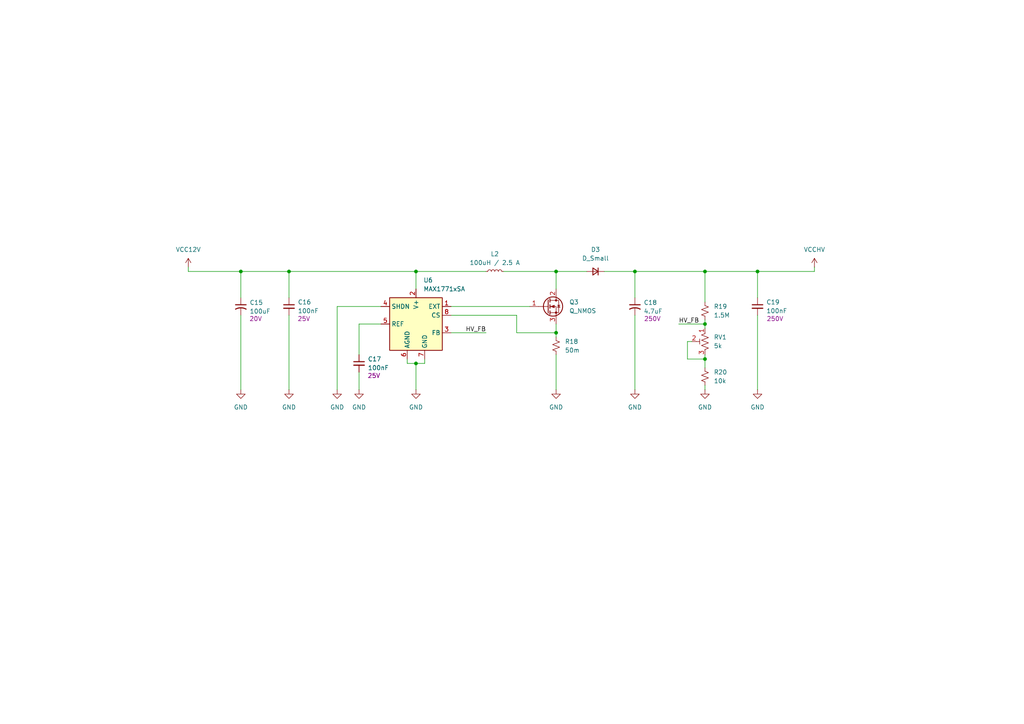
<source format=kicad_sch>
(kicad_sch (version 20250114) (generator "eeschema") (generator_version "9.0")
  (paper "A4")
  (lib_symbols
    (symbol "Device:C_Small" (pin_numbers (hide yes)) (pin_names (offset 0.254) (hide yes))
      (property "Reference" "C" (at 0.254 1.778 0))
      (property "Value" "C_Small" (at 0.254 -2.032 0))
      (symbol "C_Small_0_1"
        (polyline (pts (xy -1.524 0.508) (xy 1.524 0.508)) (stroke (width 0.3048)))
        (polyline (pts (xy -1.524 -0.508) (xy 1.524 -0.508)) (stroke (width 0.3302)))
      )
      (symbol "C_Small_1_1"
        (pin passive line (at 0 2.54 270) (length 2.032) (name "~") (number "1"))
        (pin passive line (at 0 -2.54 90) (length 2.032) (name "~") (number "2"))
      )
    )
    (symbol "Device:C_Small_US" (pin_numbers (hide yes)) (pin_names (offset 0.254) (hide yes))
      (property "Reference" "C" (at 0.254 1.778 0))
      (property "Value" "C_Small_US" (at 0.254 -2.032 0))
      (symbol "C_Small_US_0_1"
        (polyline (pts (xy -1.524 0.508) (xy 1.524 0.508)) (stroke (width 0.3048)))
        (arc (start -1.524 -0.762) (mid 0 -0.3734) (end 1.524 -0.762) (stroke (width 0.3048)))
      )
      (symbol "C_Small_US_1_1"
        (pin passive line (at 0 2.54 270) (length 2.032) (name "~") (number "1"))
        (pin passive line (at 0 -2.54 90) (length 2.032) (name "~") (number "2"))
      )
    )
    (symbol "Device:D_Small" (pin_numbers (hide yes)) (pin_names (offset 0.254) (hide yes))
      (property "Reference" "D" (at -1.27 2.032 0))
      (property "Value" "D_Small" (at -3.81 -2.032 0))
      (symbol "D_Small_0_1"
        (polyline (pts (xy -0.762 0) (xy 0.762 0)))
        (polyline (pts (xy -0.762 -1.016) (xy -0.762 1.016)) (stroke (width 0.254)))
        (polyline (pts (xy 0.762 -1.016) (xy -0.762 0) (xy 0.762 1.016) (xy 0.762 -1.016)) (stroke (width 0.254)))
      )
      (symbol "D_Small_1_1"
        (pin passive line (at -2.54 0 0) (length 1.778) (name "K") (number "1"))
        (pin passive line (at 2.54 0 180) (length 1.778) (name "A") (number "2"))
      )
    )
    (symbol "Device:L_Small" (pin_numbers (hide yes)) (pin_names (offset 0.254) (hide yes))
      (property "Reference" "L" (at 0.762 1.016 0))
      (property "Value" "L_Small" (at 0.762 -1.016 0))
      (symbol "L_Small_0_1"
        (arc (start 0 2.032) (mid 0.5058 1.524) (end 0 1.016))
        (arc (start 0 1.016) (mid 0.5058 0.508) (end 0 0))
        (arc (start 0 0) (mid 0.5058 -0.508) (end 0 -1.016))
        (arc (start 0 -1.016) (mid 0.5058 -1.524) (end 0 -2.032))
      )
      (symbol "L_Small_1_1"
        (pin passive line (at 0 2.54 270) (length 0.508) (name "~") (number "1"))
        (pin passive line (at 0 -2.54 90) (length 0.508) (name "~") (number "2"))
      )
    )
    (symbol "Device:R_Potentiometer_Trim_US" (pin_names (offset 1.016) (hide yes))
      (property "Reference" "RV" (at -4.445 0 90))
      (property "Value" "R_Potentiometer_Trim_US" (at -2.54 0 90))
      (symbol "R_Potentiometer_Trim_US_0_1"
        (polyline (pts (xy 0 2.286) (xy 0 2.54)))
        (polyline (pts (xy 0 2.286) (xy 1.016 1.905) (xy 0 1.524) (xy -1.016 1.143) (xy 0 0.762)))
        (polyline (pts (xy 0 0.762) (xy 1.016 0.381) (xy 0 0) (xy -1.016 -0.381) (xy 0 -0.762)))
        (polyline (pts (xy 0 -0.762) (xy 1.016 -1.143) (xy 0 -1.524) (xy -1.016 -1.905) (xy 0 -2.286)))
        (polyline (pts (xy 0 -2.286) (xy 0 -2.54)))
        (polyline (pts (xy 1.524 0.762) (xy 1.524 -0.762)))
        (polyline (pts (xy 2.54 0) (xy 1.524 0)))
      )
      (symbol "R_Potentiometer_Trim_US_1_1"
        (pin passive line (at 0 3.81 270) (length 1.27) (name "1") (number "1"))
        (pin passive line (at 0 -3.81 90) (length 1.27) (name "3") (number "3"))
        (pin passive line (at 3.81 0 180) (length 1.27) (name "2") (number "2"))
      )
    )
    (symbol "Device:R_Small_US" (pin_numbers (hide yes)) (pin_names (offset 0.254) (hide yes))
      (property "Reference" "R" (at 0.762 0.508 0))
      (property "Value" "R_Small_US" (at 0.762 -1.016 0))
      (symbol "R_Small_US_1_1"
        (polyline (pts (xy 0 1.524) (xy 1.016 1.143) (xy 0 0.762) (xy -1.016 0.381) (xy 0 0)))
        (polyline (pts (xy 0 0) (xy 1.016 -0.381) (xy 0 -0.762) (xy -1.016 -1.143) (xy 0 -1.524)))
        (pin passive line (at 0 2.54 270) (length 1.016) (name "~") (number "1"))
        (pin passive line (at 0 -2.54 90) (length 1.016) (name "~") (number "2"))
      )
    )
    (symbol "Regulator_Switching:MAX1771xSA"
      (property "Reference" "U" (at -3.81 10.16 0))
      (property "Value" "MAX1771xSA" (at 6.35 10.16 0))
      (symbol "MAX1771xSA_0_1"
        (rectangle (start -7.62 7.62) (end 7.62 -7.62) (stroke (width 0.254)) (fill (type background)))
      )
      (symbol "MAX1771xSA_1_1"
        (pin input line (at -10.16 5.08 0) (length 2.54) (name "SHDN") (number "4"))
        (pin passive line (at -10.16 0 0) (length 2.54) (name "REF") (number "5"))
        (pin power_in line (at -2.54 -10.16 90) (length 2.54) (name "AGND") (number "6"))
        (pin power_in line (at 0 10.16 270) (length 2.54) (name "V+") (number "2"))
        (pin power_in line (at 2.54 -10.16 90) (length 2.54) (name "GND") (number "7"))
        (pin output line (at 10.16 5.08 180) (length 2.54) (name "EXT") (number "1"))
        (pin input line (at 10.16 2.54 180) (length 2.54) (name "CS") (number "8"))
        (pin input line (at 10.16 -2.54 180) (length 2.54) (name "FB") (number "3"))
      )
    )
    (symbol "Transistor_FET:Q_NMOS_GDS" (pin_names (offset 0) (hide yes))
      (property "Reference" "Q" (at 5.08 1.905 0))
      (property "Value" "Q_NMOS_GDS" (at 5.08 0 0))
      (symbol "Q_NMOS_GDS_0_1"
        (polyline (pts (xy 0.254 1.905) (xy 0.254 -1.905)) (stroke (width 0.254)))
        (polyline (pts (xy 0.254 0) (xy -2.54 0)))
        (polyline (pts (xy 0.762 2.286) (xy 0.762 1.27)) (stroke (width 0.254)))
        (polyline (pts (xy 0.762 0.508) (xy 0.762 -0.508)) (stroke (width 0.254)))
        (polyline (pts (xy 0.762 -1.27) (xy 0.762 -2.286)) (stroke (width 0.254)))
        (polyline (pts (xy 0.762 -1.778) (xy 3.302 -1.778) (xy 3.302 1.778) (xy 0.762 1.778)))
        (polyline (pts (xy 1.016 0) (xy 2.032 0.381) (xy 2.032 -0.381) (xy 1.016 0)) (fill (type outline)))
        (circle (center 1.651 0) (radius 2.794) (stroke (width 0.254)))
        (polyline (pts (xy 2.54 2.54) (xy 2.54 1.778)))
        (circle (center 2.54 1.778) (radius 0.254) (fill (type outline)))
        (circle (center 2.54 -1.778) (radius 0.254) (fill (type outline)))
        (polyline (pts (xy 2.54 -2.54) (xy 2.54 0) (xy 0.762 0)))
        (polyline (pts (xy 2.921 0.381) (xy 3.683 0.381)))
        (polyline (pts (xy 3.302 0.381) (xy 2.921 -0.254) (xy 3.683 -0.254) (xy 3.302 0.381)))
      )
      (symbol "Q_NMOS_GDS_1_1"
        (pin input line (at -5.08 0 0) (length 2.54) (name "G") (number "1"))
        (pin passive line (at 2.54 5.08 270) (length 2.54) (name "D") (number "2"))
        (pin passive line (at 2.54 -5.08 90) (length 2.54) (name "S") (number "3"))
      )
    )
    (symbol "power:GND" (power) (pin_numbers (hide yes)) (pin_names (offset 0) (hide yes))
      (property "Value" "GND" (at 0 -3.81 0))
      (symbol "GND_0_1"
        (polyline (pts (xy 0 0) (xy 0 -1.27) (xy 1.27 -1.27) (xy 0 -2.54) (xy -1.27 -1.27) (xy 0 -1.27)))
      )
      (symbol "GND_1_1"
        (pin power_in line (at 0 0 270) (length 0) (name "~") (number "1"))
      )
    )
    (symbol "power:VCC" (power) (pin_numbers (hide yes)) (pin_names (offset 0) (hide yes))
      (property "Value" "VCC" (at 0 3.556 0))
      (symbol "VCC_0_1"
        (polyline (pts (xy -0.762 1.27) (xy 0 2.54)))
        (polyline (pts (xy 0 2.54) (xy 0.762 1.27)))
        (polyline (pts (xy 0 0) (xy 0 2.54)))
      )
      (symbol "VCC_1_1"
        (pin power_in line (at 0 0 90) (length 0) (name "~") (number "1"))
      )
    )
  )
  (junction (at 219.71 78.74))
  (junction (at 69.85 78.74))
  (junction (at 120.65 105.41))
  (junction (at 204.47 93.98))
  (junction (at 204.47 104.14))
  (junction (at 204.47 78.74))
  (junction (at 161.29 78.74))
  (junction (at 184.15 78.74))
  (junction (at 120.65 78.74))
  (junction (at 161.29 96.52))
  (junction (at 83.82 78.74))
  (wire (pts (xy 204.47 93.98) (xy 204.47 95.25)))
  (wire (pts (xy 149.86 96.52) (xy 161.29 96.52)))
  (wire (pts (xy 204.47 111.76) (xy 204.47 113.03)))
  (wire (pts (xy 199.39 99.06) (xy 200.66 99.06)))
  (wire (pts (xy 236.22 77.47) (xy 236.22 78.74)))
  (wire (pts (xy 184.15 78.74) (xy 184.15 86.36)))
  (wire (pts (xy 199.39 99.06) (xy 199.39 104.14)))
  (wire (pts (xy 54.61 78.74) (xy 69.85 78.74)))
  (wire (pts (xy 199.39 104.14) (xy 204.47 104.14)))
  (wire (pts (xy 161.29 78.74) (xy 170.18 78.74)))
  (wire (pts (xy 120.65 78.74) (xy 120.65 83.82)))
  (wire (pts (xy 123.19 104.14) (xy 123.19 105.41)))
  (wire (pts (xy 175.26 78.74) (xy 184.15 78.74)))
  (wire (pts (xy 161.29 93.98) (xy 161.29 96.52)))
  (wire (pts (xy 184.15 78.74) (xy 204.47 78.74)))
  (wire (pts (xy 161.29 78.74) (xy 161.29 83.82)))
  (wire (pts (xy 120.65 105.41) (xy 123.19 105.41)))
  (wire (pts (xy 120.65 78.74) (xy 140.97 78.74)))
  (wire (pts (xy 196.85 93.98) (xy 204.47 93.98)))
  (wire (pts (xy 204.47 104.14) (xy 204.47 106.68)))
  (wire (pts (xy 97.79 88.9) (xy 110.49 88.9)))
  (wire (pts (xy 69.85 91.44) (xy 69.85 113.03)))
  (wire (pts (xy 219.71 78.74) (xy 236.22 78.74)))
  (wire (pts (xy 130.81 96.52) (xy 140.97 96.52)))
  (wire (pts (xy 184.15 91.44) (xy 184.15 113.03)))
  (wire (pts (xy 146.05 78.74) (xy 161.29 78.74)))
  (wire (pts (xy 161.29 96.52) (xy 161.29 97.79)))
  (wire (pts (xy 104.14 93.98) (xy 104.14 102.87)))
  (wire (pts (xy 204.47 92.71) (xy 204.47 93.98)))
  (wire (pts (xy 104.14 107.95) (xy 104.14 113.03)))
  (wire (pts (xy 219.71 78.74) (xy 219.71 86.36)))
  (wire (pts (xy 130.81 91.44) (xy 149.86 91.44)))
  (wire (pts (xy 69.85 78.74) (xy 69.85 86.36)))
  (wire (pts (xy 83.82 91.44) (xy 83.82 113.03)))
  (wire (pts (xy 97.79 88.9) (xy 97.79 113.03)))
  (wire (pts (xy 204.47 78.74) (xy 219.71 78.74)))
  (wire (pts (xy 118.11 104.14) (xy 118.11 105.41)))
  (wire (pts (xy 83.82 78.74) (xy 120.65 78.74)))
  (wire (pts (xy 120.65 105.41) (xy 120.65 113.03)))
  (wire (pts (xy 69.85 78.74) (xy 83.82 78.74)))
  (wire (pts (xy 83.82 78.74) (xy 83.82 86.36)))
  (wire (pts (xy 161.29 102.87) (xy 161.29 113.03)))
  (wire (pts (xy 54.61 77.47) (xy 54.61 78.74)))
  (wire (pts (xy 118.11 105.41) (xy 120.65 105.41)))
  (wire (pts (xy 130.81 88.9) (xy 153.67 88.9)))
  (wire (pts (xy 204.47 78.74) (xy 204.47 87.63)))
  (wire (pts (xy 149.86 91.44) (xy 149.86 96.52)))
  (wire (pts (xy 219.71 91.44) (xy 219.71 113.03)))
  (wire (pts (xy 204.47 102.87) (xy 204.47 104.14)))
  (wire (pts (xy 104.14 93.98) (xy 110.49 93.98)))
  (label "HV_FB" (at 196.85 93.98 0))
  (label "HV_FB" (at 140.97 96.52 180))
  (symbol (lib_id "Device:R_Small_US") (at 161.29 100.33 0) (unit 1)
    (property "Reference" "R18" (at 163.83 99.0599 0) (effects (justify left)))
    (property "Value" "50m" (at 163.83 101.5999 0) (effects (justify left)))
    (property "Footprint" "Resistor_SMD:R_1206_3216Metric" (effects (hide yes)))
    (property "Description" "Resistor, small US symbol" (effects (hide yes)))
    (property "LCSC" "C149662" (effects (hide yes)))
  )
  (symbol (lib_id "power:GND") (at 184.15 113.03 0) (unit 1)
    (property "Reference" "#PWR059" (effects (hide yes)))
    (property "Value" "GND" (at 184.15 118.11 0))
    (property "Description" "Power symbol creates a global label with name \"GND\" , ground" (effects (hide yes)))
  )
  (symbol (lib_id "power:GND") (at 219.71 113.03 0) (unit 1)
    (property "Reference" "#PWR061" (effects (hide yes)))
    (property "Value" "GND" (at 219.71 118.11 0))
    (property "Description" "Power symbol creates a global label with name \"GND\" , ground" (effects (hide yes)))
  )
  (symbol (lib_id "Regulator_Switching:MAX1771xSA") (at 120.65 93.98 0) (unit 1)
    (property "Reference" "U6" (at 122.7933 81.28 0) (effects (justify left)))
    (property "Value" "MAX1771xSA" (at 122.7933 83.82 0) (effects (justify left)))
    (property "Footprint" "Package_SO:SO-8_3.9x4.9mm_P1.27mm" (effects (hide yes)))
    (property "Datasheet" "https://datasheets.maximintegrated.com/en/ds/MAX1771.pdf" (effects (hide yes)))
    (property "Description" "12V or Adjustable, High-Efficiency, Low IQ, Step-Up DC-DC Controller, SO-8" (effects (hide yes)))
  )
  (symbol (lib_id "Transistor_FET:Q_NMOS_GDS") (at 158.75 88.9 0) (unit 1)
    (property "Reference" "Q3" (at 165.1 87.6299 0) (effects (justify left)))
    (property "Value" "Q_NMOS" (at 165.1 90.1699 0) (effects (justify left)))
    (property "Footprint" "Package_TO_SOT_SMD:TO-263-2" (effects (hide yes)))
    (property "Description" "N-MOSFET transistor, gate/drain/source" (effects (hide yes)))
    (property "LCSC" "C39238" (effects (hide yes)))
  )
  (symbol (lib_id "power:GND") (at 120.65 113.03 0) (unit 1)
    (property "Reference" "#PWR057" (effects (hide yes)))
    (property "Value" "GND" (at 120.65 118.11 0))
    (property "Description" "Power symbol creates a global label with name \"GND\" , ground" (effects (hide yes)))
  )
  (symbol (lib_id "Device:L_Small") (at 143.51 78.74 90) (unit 1)
    (property "Reference" "L2" (at 143.51 73.66 90))
    (property "Value" "100uH / 2.5 A" (at 143.51 76.2 90))
    (property "Footprint" "Inductor_SMD:L_APV_APH0840" (effects (hide yes)))
    (property "Description" "Inductor, small symbol" (effects (hide yes)))
    (property "LCSC" "C2962892" (effects (hide yes)))
  )
  (symbol (lib_id "Device:C_Small_US") (at 69.85 88.9 0) (unit 1)
    (property "Reference" "C15" (at 72.39 87.7569 0) (effects (justify left)))
    (property "Value" "100uF" (at 72.39 90.2969 0) (effects (justify left)))
    (property "Footprint" "Capacitor_Tantalum_SMD:CP_EIA-7343-15_Kemet-W_HandSolder" (effects (hide yes)))
    (property "Description" "capacitor, small US symbol" (effects (hide yes)))
    (property "Voltage" "20V" (at 74.168 92.456 0))
    (property "LCSC" "C122302" (effects (hide yes)))
  )
  (symbol (lib_id "Device:C_Small_US") (at 184.15 88.9 0) (unit 1)
    (property "Reference" "C18" (at 186.69 87.7569 0) (effects (justify left)))
    (property "Value" "4.7uF" (at 186.69 90.2969 0) (effects (justify left)))
    (property "Footprint" "Capacitor_SMD:C_Elec_8x10.2" (effects (hide yes)))
    (property "Description" "capacitor, small US symbol" (effects (hide yes)))
    (property "Voltage" "250V" (at 189.23 92.456 0))
    (property "LCSC" "C88702" (effects (hide yes)))
  )
  (symbol (lib_id "power:VCC") (at 54.61 77.47 0) (unit 1)
    (property "Reference" "#PWR052" (effects (hide yes)))
    (property "Value" "VCC12V" (at 54.61 72.39 0))
    (property "Description" "Power symbol creates a global label with name \"VCC\"" (effects (hide yes)))
  )
  (symbol (lib_id "Device:R_Potentiometer_Trim_US") (at 204.47 99.06 0) (mirror y) (unit 1)
    (property "Reference" "RV1" (at 207.01 97.7899 0) (effects (justify right)))
    (property "Value" "5k" (at 207.01 100.3299 0) (effects (justify right)))
    (property "Footprint" "Potentiometer_SMD:Potentiometer_Bourns_3314G_Vertical" (effects (hide yes)))
    (property "Description" "Trim-potentiometer, US symbol" (effects (hide yes)))
    (property "LCSC" "C719180" (effects (hide yes)))
  )
  (symbol (lib_id "power:VCC") (at 236.22 77.47 0) (unit 1)
    (property "Reference" "#PWR062" (effects (hide yes)))
    (property "Value" "VCCHV" (at 236.22 72.39 0))
    (property "Description" "Power symbol creates a global label with name \"VCC\"" (effects (hide yes)))
  )
  (symbol (lib_id "power:GND") (at 104.14 113.03 0) (unit 1)
    (property "Reference" "#PWR056" (effects (hide yes)))
    (property "Value" "GND" (at 104.14 118.11 0))
    (property "Description" "Power symbol creates a global label with name \"GND\" , ground" (effects (hide yes)))
  )
  (symbol (lib_id "Device:R_Small_US") (at 204.47 109.22 0) (unit 1)
    (property "Reference" "R20" (at 207.01 107.9499 0) (effects (justify left)))
    (property "Value" "10k" (at 207.01 110.4899 0) (effects (justify left)))
    (property "Footprint" "Resistor_SMD:R_0805_2012Metric" (effects (hide yes)))
    (property "Description" "Resistor, small US symbol" (effects (hide yes)))
    (property "LCSC" "C269724" (effects (hide yes)))
  )
  (symbol (lib_id "Device:C_Small") (at 219.71 88.9 0) (unit 1)
    (property "Reference" "C19" (at 222.25 87.6362 0) (effects (justify left)))
    (property "Value" "100nF" (at 222.25 90.1762 0) (effects (justify left)))
    (property "Footprint" "Capacitor_SMD:C_1210_3225Metric" (effects (hide yes)))
    (property "Description" "Unpolarized capacitor, small symbol" (effects (hide yes)))
    (property "Voltage" "250V" (at 224.79 92.456 0))
    (property "LCSC" "C52020" (effects (hide yes)))
  )
  (symbol (lib_id "power:GND") (at 83.82 113.03 0) (unit 1)
    (property "Reference" "#PWR054" (effects (hide yes)))
    (property "Value" "GND" (at 83.82 118.11 0))
    (property "Description" "Power symbol creates a global label with name \"GND\" , ground" (effects (hide yes)))
  )
  (symbol (lib_id "power:GND") (at 204.47 113.03 0) (unit 1)
    (property "Reference" "#PWR060" (effects (hide yes)))
    (property "Value" "GND" (at 204.47 118.11 0))
    (property "Description" "Power symbol creates a global label with name \"GND\" , ground" (effects (hide yes)))
  )
  (symbol (lib_id "power:GND") (at 161.29 113.03 0) (unit 1)
    (property "Reference" "#PWR058" (effects (hide yes)))
    (property "Value" "GND" (at 161.29 118.11 0))
    (property "Description" "Power symbol creates a global label with name \"GND\" , ground" (effects (hide yes)))
  )
  (symbol (lib_id "power:GND") (at 69.85 113.03 0) (unit 1)
    (property "Reference" "#PWR053" (effects (hide yes)))
    (property "Value" "GND" (at 69.85 118.11 0))
    (property "Description" "Power symbol creates a global label with name \"GND\" , ground" (effects (hide yes)))
  )
  (symbol (lib_id "power:GND") (at 97.79 113.03 0) (unit 1)
    (property "Reference" "#PWR055" (effects (hide yes)))
    (property "Value" "GND" (at 97.79 118.11 0))
    (property "Description" "Power symbol creates a global label with name \"GND\" , ground" (effects (hide yes)))
  )
  (symbol (lib_id "Device:C_Small") (at 83.82 88.9 0) (unit 1)
    (property "Reference" "C16" (at 86.36 87.6362 0) (effects (justify left)))
    (property "Value" "100nF" (at 86.36 90.1762 0) (effects (justify left)))
    (property "Footprint" "Capacitor_SMD:C_0603_1608Metric" (effects (hide yes)))
    (property "Description" "Unpolarized capacitor, small symbol" (effects (hide yes)))
    (property "Voltage" "25V" (at 88.138 92.456 0))
    (property "LCSC" "C92490" (effects (hide yes)))
  )
  (symbol (lib_id "Device:R_Small_US") (at 204.47 90.17 0) (unit 1)
    (property "Reference" "R19" (at 207.01 88.8999 0) (effects (justify left)))
    (property "Value" "1.5M" (at 207.01 91.4399 0) (effects (justify left)))
    (property "Footprint" "Resistor_SMD:R_0805_2012Metric" (effects (hide yes)))
    (property "Description" "Resistor, small US symbol" (effects (hide yes)))
    (property "LCSC" "C118025" (effects (hide yes)))
  )
  (symbol (lib_id "Device:D_Small") (at 172.72 78.74 0) (mirror y) (unit 1)
    (property "Reference" "D3" (at 172.72 72.39 0))
    (property "Value" "D_Small" (at 172.72 74.93 0))
    (property "Footprint" "Diode_SMD:D_SMB_Handsoldering" (effects (hide yes)))
    (property "Description" "Diode, small symbol" (effects (hide yes)))
    (property "Sim.Device" "D" (effects (hide yes)))
    (property "Sim.Pins" "1=K 2=A" (effects (hide yes)))
    (property "LCSC" "C145321" (effects (hide yes)))
  )
  (symbol (lib_id "Device:C_Small") (at 104.14 105.41 0) (unit 1)
    (property "Reference" "C17" (at 106.68 104.1462 0) (effects (justify left)))
    (property "Value" "100nF" (at 106.68 106.6862 0) (effects (justify left)))
    (property "Footprint" "Capacitor_SMD:C_0603_1608Metric" (effects (hide yes)))
    (property "Description" "Unpolarized capacitor, small symbol" (effects (hide yes)))
    (property "Voltage" "25V" (at 108.458 108.966 0))
    (property "LCSC" "C92490" (effects (hide yes)))
  )
)
</source>
